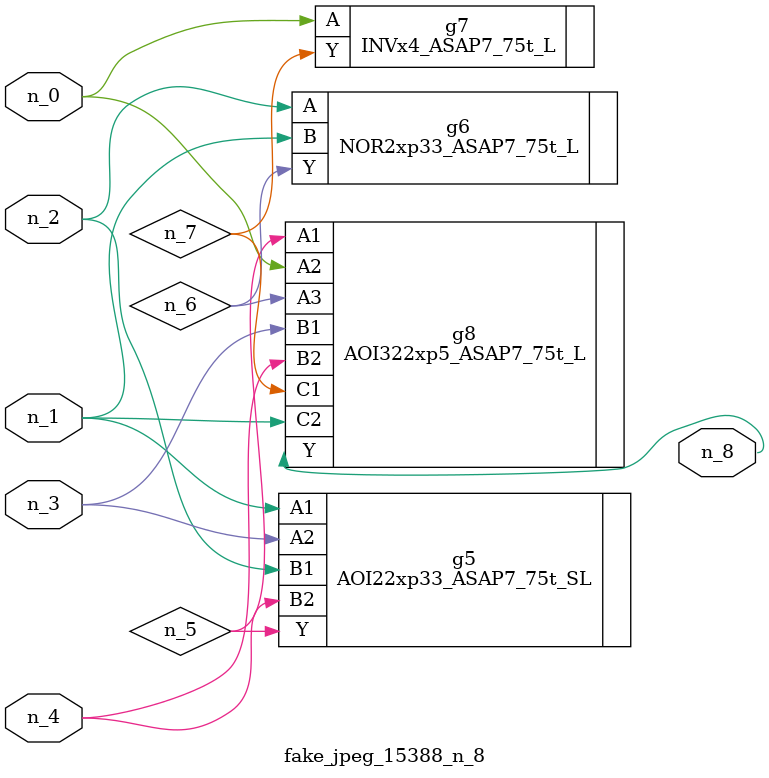
<source format=v>
module fake_jpeg_15388_n_8 (n_3, n_2, n_1, n_0, n_4, n_8);

input n_3;
input n_2;
input n_1;
input n_0;
input n_4;

output n_8;

wire n_6;
wire n_5;
wire n_7;

AOI22xp33_ASAP7_75t_SL g5 ( 
.A1(n_1),
.A2(n_3),
.B1(n_2),
.B2(n_4),
.Y(n_5)
);

NOR2xp33_ASAP7_75t_L g6 ( 
.A(n_2),
.B(n_1),
.Y(n_6)
);

INVx4_ASAP7_75t_L g7 ( 
.A(n_0),
.Y(n_7)
);

AOI322xp5_ASAP7_75t_L g8 ( 
.A1(n_5),
.A2(n_0),
.A3(n_6),
.B1(n_3),
.B2(n_4),
.C1(n_7),
.C2(n_1),
.Y(n_8)
);


endmodule
</source>
